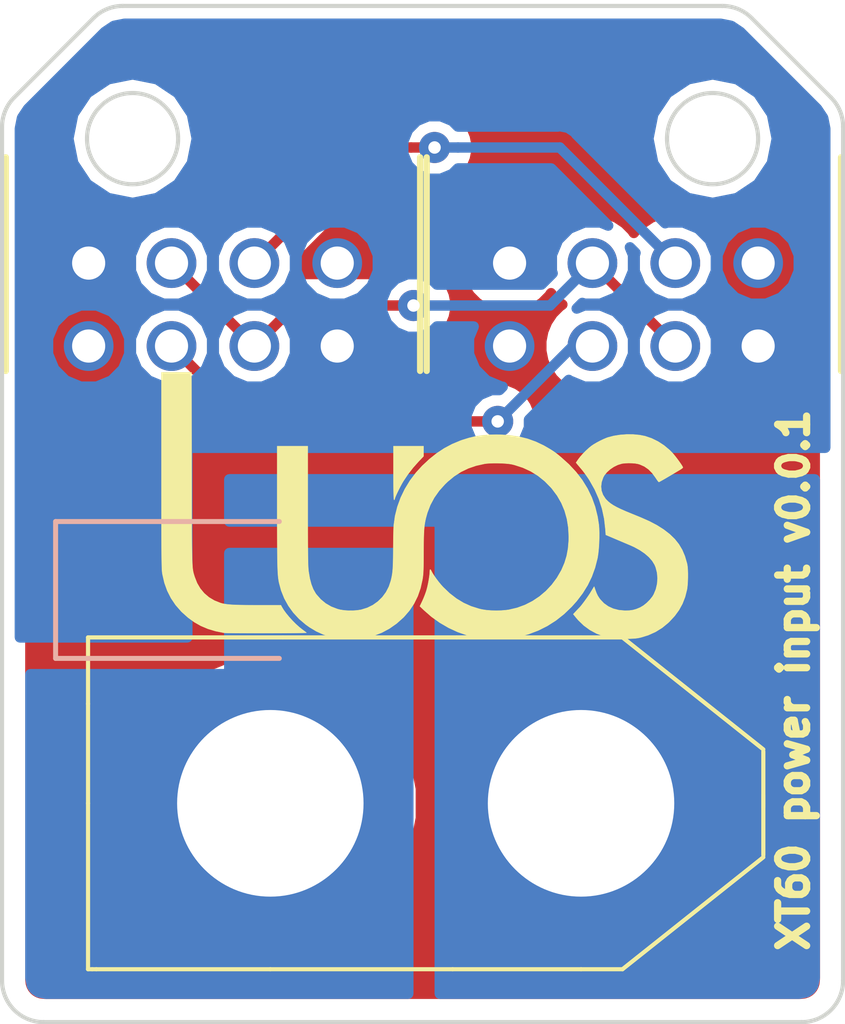
<source format=kicad_pcb>
(kicad_pcb (version 20171130) (host pcbnew "(5.0.1-3-g963ef8bb5)")

  (general
    (thickness 1.6)
    (drawings 15)
    (tracks 24)
    (zones 0)
    (modules 5)
    (nets 7)
  )

  (page A4)
  (layers
    (0 F.Cu signal)
    (31 B.Cu signal)
    (32 B.Adhes user hide)
    (33 F.Adhes user hide)
    (34 B.Paste user hide)
    (35 F.Paste user)
    (36 B.SilkS user)
    (37 F.SilkS user)
    (38 B.Mask user hide)
    (39 F.Mask user hide)
    (40 Dwgs.User user hide)
    (41 Cmts.User user hide)
    (42 Eco1.User user hide)
    (43 Eco2.User user hide)
    (44 Edge.Cuts user)
    (45 Margin user hide)
    (46 B.CrtYd user hide)
    (47 F.CrtYd user hide)
    (48 B.Fab user hide)
    (49 F.Fab user)
  )

  (setup
    (last_trace_width 0.25)
    (trace_clearance 0.2)
    (zone_clearance 0.254)
    (zone_45_only yes)
    (trace_min 0.2)
    (segment_width 0.2)
    (edge_width 0.15)
    (via_size 0.5)
    (via_drill 0.2)
    (via_min_size 0.4)
    (via_min_drill 0.2)
    (uvia_size 0.3)
    (uvia_drill 0.1)
    (uvias_allowed no)
    (uvia_min_size 0.2)
    (uvia_min_drill 0.1)
    (pcb_text_width 0.3)
    (pcb_text_size 1.5 1.5)
    (mod_edge_width 0.15)
    (mod_text_size 1 1)
    (mod_text_width 0.15)
    (pad_size 1.524 1.524)
    (pad_drill 0.762)
    (pad_to_mask_clearance 0.2)
    (solder_mask_min_width 0.25)
    (aux_axis_origin 0 0)
    (grid_origin 73.66 62.23)
    (visible_elements 7FFFFFFF)
    (pcbplotparams
      (layerselection 0x010fc_ffffffff)
      (usegerberextensions false)
      (usegerberattributes false)
      (usegerberadvancedattributes false)
      (creategerberjobfile false)
      (excludeedgelayer true)
      (linewidth 0.100000)
      (plotframeref false)
      (viasonmask false)
      (mode 1)
      (useauxorigin false)
      (hpglpennumber 1)
      (hpglpenspeed 20)
      (hpglpendiameter 15.000000)
      (psnegative false)
      (psa4output false)
      (plotreference true)
      (plotvalue true)
      (plotinvisibletext false)
      (padsonsilk false)
      (subtractmaskfromsilk false)
      (outputformat 1)
      (mirror false)
      (drillshape 0)
      (scaleselection 1)
      (outputdirectory "gerber/"))
  )

  (net 0 "")
  (net 1 /Robus_PW)
  (net 2 GND)
  (net 3 /DC_Power)
  (net 4 /PTP)
  (net 5 /B_RS_485_P)
  (net 6 /A_RS_485_N)

  (net_class Default "Ceci est la Netclass par défaut."
    (clearance 0.2)
    (trace_width 0.25)
    (via_dia 0.5)
    (via_drill 0.2)
    (uvia_dia 0.3)
    (uvia_drill 0.1)
    (add_net /A_RS_485_N)
    (add_net /B_RS_485_P)
    (add_net /DC_Power)
    (add_net /PTP)
    (add_net /Robus_PW)
    (add_net GND)
  )

  (net_class other ""
    (clearance 0.2)
    (trace_width 0.25)
    (via_dia 0.75)
    (via_drill 0.3)
    (uvia_dia 0.3)
    (uvia_drill 0.1)
  )

  (module Common_Footprint:XT60 (layer F.Cu) (tedit 5BE6C672) (tstamp 5BE6D52E)
    (at 87.61 56.96 180)
    (path /5BE6C14B)
    (fp_text reference Con1 (at 3.8 -0.4 270) (layer F.Fab)
      (effects (font (size 1 1) (thickness 0.15)))
    )
    (fp_text value BAT_WIRE (at 3.2 -5.9 180) (layer F.Fab) hide
      (effects (font (size 1 1) (thickness 0.15)))
    )
    (fp_line (start 11.9 4) (end 11.9 -4) (layer F.Fab) (width 0.1))
    (fp_line (start -1 4) (end 11.9 4) (layer F.Fab) (width 0.1))
    (fp_line (start -4.4 1.3) (end -1 4) (layer F.Fab) (width 0.1))
    (fp_line (start -4.4 -1.3) (end -4.4 1.3) (layer F.Fab) (width 0.1))
    (fp_line (start -1 -4) (end -4.4 -1.3) (layer F.Fab) (width 0.1))
    (fp_line (start 11.9 -4) (end -1 -4) (layer F.Fab) (width 0.1))
    (fp_line (start 7.2 4) (end 3 4) (layer F.SilkS) (width 0.1))
    (fp_line (start 7.5 -4) (end 3.1 -4) (layer F.SilkS) (width 0.1))
    (fp_line (start 11.9 0) (end 11.9 2.4) (layer F.SilkS) (width 0.1))
    (fp_line (start -4.4 -0.1) (end -4.4 0.2) (layer F.SilkS) (width 0.1))
    (fp_line (start 3.1 -4) (end 0 -4) (layer F.SilkS) (width 0.1))
    (fp_line (start 0 -4) (end -1 -4) (layer F.SilkS) (width 0.1))
    (fp_line (start 3 4) (end 0 4) (layer F.SilkS) (width 0.1))
    (fp_line (start 0 4) (end -1 4) (layer F.SilkS) (width 0.1))
    (fp_line (start -4.4 0) (end -4.4 -1.25) (layer F.SilkS) (width 0.1))
    (fp_line (start -4.4 0) (end -4.4 1.25) (layer F.SilkS) (width 0.1))
    (fp_line (start -1 -4) (end -4.4 -1.3) (layer F.SilkS) (width 0.1))
    (fp_line (start -1 4) (end -4.4 1.3) (layer F.SilkS) (width 0.1))
    (fp_line (start 11.9 -4) (end 11.9 0) (layer F.SilkS) (width 0.1))
    (fp_line (start 11.8 -4) (end 11.9 -4) (layer F.SilkS) (width 0.1))
    (fp_line (start 11.7 -4) (end 11.8 -4) (layer F.SilkS) (width 0.1))
    (fp_line (start 7.5 -4) (end 11.7 -4) (layer F.SilkS) (width 0.1))
    (fp_line (start 11.9 4) (end 11.9 2.4) (layer F.SilkS) (width 0.1))
    (fp_line (start 7.2 4) (end 11.9 4) (layer F.SilkS) (width 0.1))
    (pad 1 thru_hole circle (at 7.5 0 180) (size 6 6) (drill 4.5) (layers *.Cu *.Mask)
      (net 3 /DC_Power))
    (pad 2 thru_hole circle (at 0 0 180) (size 6 6) (drill 4.5) (layers *.Cu *.Mask)
      (net 2 GND))
    (model ${KISYS3DMOD}/XT60_Male.stp
      (offset (xyz 3.75 0 0))
      (scale (xyz 1 1 1))
      (rotate (xyz 0 0 0))
    )
  )

  (module "Common_Footprint:DF11-8DP-2DS(24)" locked (layer F.Cu) (tedit 5C6D4111) (tstamp 5AB2CA2F)
    (at 78.725 44.935)
    (path /5AB29375)
    (fp_text reference J2 (at 0.015 0.023) (layer F.Fab)
      (effects (font (size 1 1) (thickness 0.15)))
    )
    (fp_text value "DF11-8DP-2DS(24)" (at 0 3) (layer F.Fab) hide
      (effects (font (size 1 1) (thickness 0.15)))
    )
    (fp_line (start -4.826 1.524) (end 4.826 1.524) (layer F.Fab) (width 0.1))
    (fp_line (start -4.826 -6.35) (end -4.826 1.524) (layer F.Fab) (width 0.1))
    (fp_line (start 4.826 -6.35) (end -4.826 -6.35) (layer F.Fab) (width 0.1))
    (fp_line (start 4.826 1.524) (end 4.826 -6.35) (layer F.Fab) (width 0.1))
    (fp_line (start 5 -3.55) (end 5 1.6) (layer F.SilkS) (width 0.15))
    (fp_line (start -5 1.6) (end -5 -3.55) (layer F.SilkS) (width 0.15))
    (pad 8 thru_hole circle (at -3 -1) (size 1.2 1.2) (drill 0.8) (layers *.Cu *.Mask)
      (net 1 /Robus_PW))
    (pad 7 thru_hole circle (at -3 1) (size 1.2 1.2) (drill 0.8) (layers *.Cu *.Mask)
      (net 2 GND))
    (pad 6 thru_hole circle (at -1 -1) (size 1.2 1.2) (drill 0.8) (layers *.Cu *.Mask)
      (net 4 /PTP))
    (pad 5 thru_hole circle (at -1 1) (size 1.2 1.2) (drill 0.8) (layers *.Cu *.Mask)
      (net 6 /A_RS_485_N))
    (pad 4 thru_hole circle (at 1 -1) (size 1.2 1.2) (drill 0.8) (layers *.Cu *.Mask)
      (net 5 /B_RS_485_P))
    (pad 3 thru_hole circle (at 1 1) (size 1.2 1.2) (drill 0.8) (layers *.Cu *.Mask)
      (net 4 /PTP))
    (pad 2 thru_hole circle (at 3 -1) (size 1.2 1.2) (drill 0.8) (layers *.Cu *.Mask)
      (net 2 GND))
    (pad 1 thru_hole circle (at 3 1) (size 1.2 1.2) (drill 0.8) (layers *.Cu *.Mask)
      (net 1 /Robus_PW))
    (model ${KISYS3DMOD}/DF11-8DP-2DS.step
      (offset (xyz 0 3.7 0))
      (scale (xyz 1 1 1))
      (rotate (xyz 0 0 0))
    )
  )

  (module "Common_Footprint:DF11-8DP-2DS(24)" locked (layer F.Cu) (tedit 5C6D4111) (tstamp 5AB2CA20)
    (at 88.885 44.935)
    (path /5AB292F2)
    (fp_text reference J1 (at 0.015 0.023) (layer F.Fab)
      (effects (font (size 1 1) (thickness 0.15)))
    )
    (fp_text value "DF11-8DP-2DS(24)" (at 0 3) (layer F.Fab) hide
      (effects (font (size 1 1) (thickness 0.15)))
    )
    (fp_line (start -4.826 1.524) (end 4.826 1.524) (layer F.Fab) (width 0.1))
    (fp_line (start -4.826 -6.35) (end -4.826 1.524) (layer F.Fab) (width 0.1))
    (fp_line (start 4.826 -6.35) (end -4.826 -6.35) (layer F.Fab) (width 0.1))
    (fp_line (start 4.826 1.524) (end 4.826 -6.35) (layer F.Fab) (width 0.1))
    (fp_line (start 5 -3.55) (end 5 1.6) (layer F.SilkS) (width 0.15))
    (fp_line (start -5 1.6) (end -5 -3.55) (layer F.SilkS) (width 0.15))
    (pad 8 thru_hole circle (at -3 -1) (size 1.2 1.2) (drill 0.8) (layers *.Cu *.Mask)
      (net 1 /Robus_PW))
    (pad 7 thru_hole circle (at -3 1) (size 1.2 1.2) (drill 0.8) (layers *.Cu *.Mask)
      (net 2 GND))
    (pad 6 thru_hole circle (at -1 -1) (size 1.2 1.2) (drill 0.8) (layers *.Cu *.Mask)
      (net 4 /PTP))
    (pad 5 thru_hole circle (at -1 1) (size 1.2 1.2) (drill 0.8) (layers *.Cu *.Mask)
      (net 6 /A_RS_485_N))
    (pad 4 thru_hole circle (at 1 -1) (size 1.2 1.2) (drill 0.8) (layers *.Cu *.Mask)
      (net 5 /B_RS_485_P))
    (pad 3 thru_hole circle (at 1 1) (size 1.2 1.2) (drill 0.8) (layers *.Cu *.Mask)
      (net 4 /PTP))
    (pad 2 thru_hole circle (at 3 -1) (size 1.2 1.2) (drill 0.8) (layers *.Cu *.Mask)
      (net 2 GND))
    (pad 1 thru_hole circle (at 3 1) (size 1.2 1.2) (drill 0.8) (layers *.Cu *.Mask)
      (net 1 /Robus_PW))
    (model ${KISYS3DMOD}/DF11-8DP-2DS.step
      (offset (xyz 0 3.7 0))
      (scale (xyz 1 1 1))
      (rotate (xyz 0 0 0))
    )
  )

  (module Common_Footprint:D_SMA (layer B.Cu) (tedit 5AB36566) (tstamp 5AB380F5)
    (at 77.597 51.816)
    (path /5AB3713C)
    (fp_text reference D1 (at 1.27 2.54) (layer B.SilkS) hide
      (effects (font (size 1 1) (thickness 0.15)) (justify mirror))
    )
    (fp_text value HTA5L45 (at 1.27 2.54) (layer B.Fab)
      (effects (font (size 1 1) (thickness 0.15)) (justify mirror))
    )
    (fp_line (start 3.03 1.5) (end -1.57 1.5) (layer B.Fab) (width 0.1))
    (fp_line (start -2.67 1.65) (end -2.67 -1.65) (layer B.SilkS) (width 0.12))
    (fp_line (start -2.77 1.75) (end 4.23 1.75) (layer B.CrtYd) (width 0.05))
    (fp_line (start 4.23 1.75) (end 4.23 -1.75) (layer B.CrtYd) (width 0.05))
    (fp_line (start -1.57 -1.5) (end -1.57 1.5) (layer B.Fab) (width 0.1))
    (fp_line (start 3.03 1.5) (end 3.03 -1.5) (layer B.Fab) (width 0.1))
    (fp_line (start 4.23 -1.75) (end -2.77 -1.75) (layer B.CrtYd) (width 0.05))
    (fp_line (start -2.77 -1.75) (end -2.77 1.75) (layer B.CrtYd) (width 0.05))
    (fp_line (start 3.03 -1.5) (end -1.57 -1.5) (layer B.Fab) (width 0.1))
    (fp_line (start 0.08056 -0.00102) (end -0.82114 -0.00102) (layer B.Fab) (width 0.1))
    (fp_line (start 1.23118 -0.00102) (end 2.2294 -0.00102) (layer B.Fab) (width 0.1))
    (fp_line (start 0.08056 0.79908) (end 0.08056 -0.80112) (layer B.Fab) (width 0.1))
    (fp_line (start 1.23118 -0.75032) (end 1.23118 0.79908) (layer B.Fab) (width 0.1))
    (fp_line (start 0.08056 -0.00102) (end 1.23118 -0.75032) (layer B.Fab) (width 0.1))
    (fp_line (start 0.08056 -0.00102) (end 1.23118 0.79908) (layer B.Fab) (width 0.1))
    (fp_line (start -2.67 -1.65) (end 2.73 -1.65) (layer B.SilkS) (width 0.12))
    (fp_line (start -2.67 1.65) (end 2.73 1.65) (layer B.SilkS) (width 0.12))
    (pad 1 smd rect (at -1.27 0) (size 2.5 1.8) (layers B.Cu B.Paste B.Mask)
      (net 1 /Robus_PW))
    (pad 2 smd rect (at 2.73 0) (size 2.5 1.8) (layers B.Cu B.Paste B.Mask)
      (net 3 /DC_Power))
    (model ${KISYS3DMOD}/D_SMA.step
      (offset (xyz 0.7 0 0))
      (scale (xyz 1 1 1))
      (rotate (xyz 0 0 0))
    )
  )

  (module Common_Footprint:Luos_logo (layer F.Cu) (tedit 5B9B947A) (tstamp 5BE6CF8D)
    (at 84.201 49.784)
    (fp_text reference "" (at 0 0) (layer F.SilkS) hide
      (effects (font (size 1.524 1.524) (thickness 0.3)))
    )
    (fp_text value "" (at 0.75 0) (layer F.SilkS) hide
      (effects (font (size 1.524 1.524) (thickness 0.3)))
    )
    (fp_poly (pts (xy -0.3937 -1.190556) (xy -0.515682 -1.063469) (xy -0.646801 -0.916102) (xy -0.770563 -0.756235)
      (xy -0.87912 -0.59407) (xy -0.888375 -0.578885) (xy -0.921354 -0.521666) (xy -0.957124 -0.455255)
      (xy -0.993092 -0.384963) (xy -1.02666 -0.316101) (xy -1.055232 -0.253981) (xy -1.076213 -0.203913)
      (xy -1.086417 -0.173716) (xy -1.093033 -0.150862) (xy -1.098683 -0.139971) (xy -1.103436 -0.142406)
      (xy -1.107363 -0.159532) (xy -1.110533 -0.192712) (xy -1.113017 -0.24331) (xy -1.114885 -0.31269)
      (xy -1.116207 -0.402215) (xy -1.117053 -0.51325) (xy -1.117493 -0.647157) (xy -1.1176 -0.780301)
      (xy -1.1176 -1.4351) (xy -0.3937 -1.4351) (xy -0.3937 -1.190556)) (layer F.SilkS) (width 0.01))
    (fp_poly (pts (xy -5.991204 -0.904876) (xy -5.990731 -0.615337) (xy -5.9903 -0.350043) (xy -5.989877 -0.107834)
      (xy -5.989431 0.112445) (xy -5.988928 0.311951) (xy -5.988338 0.491841) (xy -5.987626 0.653272)
      (xy -5.986761 0.7974) (xy -5.985711 0.925383) (xy -5.984442 1.038377) (xy -5.982922 1.137538)
      (xy -5.98112 1.224025) (xy -5.979002 1.298992) (xy -5.976535 1.363598) (xy -5.973689 1.418998)
      (xy -5.97043 1.466351) (xy -5.966725 1.506811) (xy -5.962543 1.541537) (xy -5.95785 1.571685)
      (xy -5.952615 1.598412) (xy -5.946805 1.622874) (xy -5.940387 1.646229) (xy -5.93333 1.669632)
      (xy -5.9256 1.694242) (xy -5.917597 1.719815) (xy -5.859637 1.867488) (xy -5.782368 1.999008)
      (xy -5.686658 2.113504) (xy -5.573373 2.210104) (xy -5.44338 2.287936) (xy -5.297547 2.34613)
      (xy -5.293005 2.347542) (xy -5.249811 2.359463) (xy -5.202224 2.369539) (xy -5.147894 2.377909)
      (xy -5.084469 2.384711) (xy -5.0096 2.390081) (xy -4.920934 2.394159) (xy -4.816123 2.397082)
      (xy -4.692815 2.398988) (xy -4.548659 2.400014) (xy -4.393181 2.4003) (xy -3.836053 2.4003)
      (xy -3.81589 2.43929) (xy -3.772216 2.511725) (xy -3.712167 2.594145) (xy -3.640042 2.68178)
      (xy -3.560141 2.769859) (xy -3.476761 2.853612) (xy -3.394203 2.928267) (xy -3.3274 2.981364)
      (xy -3.284256 3.013269) (xy -3.248433 3.040174) (xy -3.225235 3.058079) (xy -3.220085 3.062352)
      (xy -3.23077 3.063788) (xy -3.264532 3.065114) (xy -3.319047 3.066327) (xy -3.391992 3.067424)
      (xy -3.481045 3.068401) (xy -3.583882 3.069257) (xy -3.69818 3.069988) (xy -3.821615 3.070591)
      (xy -3.951866 3.071063) (xy -4.086608 3.071402) (xy -4.223518 3.071604) (xy -4.360274 3.071666)
      (xy -4.494551 3.071586) (xy -4.624028 3.071361) (xy -4.746381 3.070988) (xy -4.859287 3.070463)
      (xy -4.960422 3.069784) (xy -5.047464 3.068949) (xy -5.118089 3.067953) (xy -5.169974 3.066794)
      (xy -5.200797 3.06547) (xy -5.207 3.064848) (xy -5.41071 3.023882) (xy -5.59588 2.96851)
      (xy -5.765992 2.89699) (xy -5.924524 2.80758) (xy -6.074956 2.698539) (xy -6.220767 2.568125)
      (xy -6.24269 2.546376) (xy -6.375093 2.395596) (xy -6.486748 2.230445) (xy -6.577229 2.051785)
      (xy -6.646111 1.860483) (xy -6.692969 1.657401) (xy -6.699093 1.61925) (xy -6.701461 1.600838)
      (xy -6.703629 1.577792) (xy -6.705606 1.549016) (xy -6.707402 1.513413) (xy -6.709023 1.469887)
      (xy -6.710479 1.41734) (xy -6.711777 1.354677) (xy -6.712928 1.280801) (xy -6.713938 1.194615)
      (xy -6.714817 1.095023) (xy -6.715572 0.980928) (xy -6.716213 0.851234) (xy -6.716747 0.704844)
      (xy -6.717184 0.540662) (xy -6.717532 0.35759) (xy -6.717799 0.154533) (xy -6.717993 -0.069606)
      (xy -6.718123 -0.315924) (xy -6.718198 -0.585517) (xy -6.718226 -0.860425) (xy -6.7183 -3.2131)
      (xy -6.356679 -3.213101) (xy -5.995058 -3.213101) (xy -5.991204 -0.904876)) (layer F.SilkS) (width 0.01))
    (fp_poly (pts (xy 4.671245 -1.716286) (xy 4.823697 -1.701936) (xy 4.955046 -1.675878) (xy 5.112537 -1.622409)
      (xy 5.266868 -1.546597) (xy 5.413163 -1.451438) (xy 5.546547 -1.339932) (xy 5.615056 -1.270067)
      (xy 5.653045 -1.226104) (xy 5.695097 -1.17391) (xy 5.738239 -1.117611) (xy 5.7795 -1.061334)
      (xy 5.815906 -1.009204) (xy 5.844485 -0.965348) (xy 5.862265 -0.93389) (xy 5.866726 -0.92075)
      (xy 5.856588 -0.908041) (xy 5.830301 -0.88788) (xy 5.800364 -0.868778) (xy 5.768377 -0.849826)
      (xy 5.719293 -0.820733) (xy 5.657863 -0.784315) (xy 5.588838 -0.74339) (xy 5.516969 -0.700773)
      (xy 5.516514 -0.700503) (xy 5.449397 -0.661045) (xy 5.389467 -0.626462) (xy 5.34023 -0.598725)
      (xy 5.305191 -0.579804) (xy 5.287857 -0.571669) (xy 5.286956 -0.5715) (xy 5.275309 -0.581556)
      (xy 5.254145 -0.608503) (xy 5.227112 -0.647511) (xy 5.212601 -0.669925) (xy 5.128756 -0.785387)
      (xy 5.037832 -0.877313) (xy 4.938221 -0.94697) (xy 4.828315 -0.995625) (xy 4.782056 -1.009248)
      (xy 4.720744 -1.020019) (xy 4.643528 -1.026383) (xy 4.559545 -1.028212) (xy 4.477928 -1.025377)
      (xy 4.407812 -1.017748) (xy 4.39165 -1.014769) (xy 4.294386 -0.984959) (xy 4.198458 -0.937921)
      (xy 4.109059 -0.877498) (xy 4.031379 -0.807536) (xy 3.970613 -0.731879) (xy 3.943231 -0.682759)
      (xy 3.904798 -0.572381) (xy 3.891098 -0.464412) (xy 3.901941 -0.360296) (xy 3.937136 -0.261481)
      (xy 3.996492 -0.169411) (xy 4.013614 -0.149261) (xy 4.0612 -0.101257) (xy 4.117082 -0.055759)
      (xy 4.184113 -0.011126) (xy 4.265145 0.034282) (xy 4.36303 0.082106) (xy 4.480622 0.133987)
      (xy 4.572 0.171893) (xy 4.641943 0.200358) (xy 4.723397 0.233525) (xy 4.804352 0.266504)
      (xy 4.8514 0.285678) (xy 5.058641 0.37737) (xy 5.242493 0.47413) (xy 5.40463 0.576927)
      (xy 5.546731 0.686731) (xy 5.5499 0.689451) (xy 5.669809 0.805263) (xy 5.769304 0.929722)
      (xy 5.850242 1.06604) (xy 5.914485 1.217429) (xy 5.96389 1.387102) (xy 5.970518 1.41605)
      (xy 5.978953 1.472427) (xy 5.984471 1.547731) (xy 5.987133 1.635662) (xy 5.986999 1.729922)
      (xy 5.984132 1.824212) (xy 5.978593 1.912233) (xy 5.970442 1.987686) (xy 5.964624 2.022791)
      (xy 5.919574 2.200074) (xy 5.856386 2.362985) (xy 5.773341 2.514572) (xy 5.668717 2.657879)
      (xy 5.540795 2.795955) (xy 5.513308 2.822232) (xy 5.366675 2.942665) (xy 5.205829 3.04208)
      (xy 5.030995 3.120354) (xy 4.87045 3.170456) (xy 4.821158 3.182294) (xy 4.775533 3.191103)
      (xy 4.728014 3.197433) (xy 4.673038 3.201834) (xy 4.605042 3.204855) (xy 4.518463 3.207047)
      (xy 4.4958 3.207483) (xy 4.374712 3.208484) (xy 4.276921 3.206505) (xy 4.200488 3.201477)
      (xy 4.1529 3.19512) (xy 3.961898 3.149359) (xy 3.784933 3.082602) (xy 3.622294 2.995015)
      (xy 3.474274 2.886765) (xy 3.341162 2.758018) (xy 3.295373 2.704761) (xy 3.222545 2.615744)
      (xy 3.290532 2.542947) (xy 3.323603 2.507737) (xy 3.349936 2.480074) (xy 3.364774 2.464945)
      (xy 3.366017 2.4638) (xy 3.387812 2.440998) (xy 3.420322 2.401568) (xy 3.460207 2.350036)
      (xy 3.504129 2.290933) (xy 3.548749 2.228786) (xy 3.590728 2.168123) (xy 3.626726 2.113474)
      (xy 3.639894 2.092362) (xy 3.725227 1.952354) (xy 3.75273 2.033452) (xy 3.781857 2.111479)
      (xy 3.812366 2.174302) (xy 3.849427 2.231833) (xy 3.871308 2.260793) (xy 3.960967 2.354901)
      (xy 4.06643 2.429646) (xy 4.186401 2.484449) (xy 4.319587 2.518728) (xy 4.46469 2.531905)
      (xy 4.47675 2.53203) (xy 4.577046 2.528831) (xy 4.662982 2.516761) (xy 4.744699 2.493642)
      (xy 4.83234 2.457297) (xy 4.8387 2.454323) (xy 4.916205 2.408484) (xy 4.995414 2.345336)
      (xy 5.069483 2.27149) (xy 5.131564 2.193554) (xy 5.164305 2.13995) (xy 5.215916 2.01593)
      (xy 5.246664 1.884104) (xy 5.25641 1.749164) (xy 5.245016 1.615804) (xy 5.212344 1.488718)
      (xy 5.185386 1.423471) (xy 5.128301 1.329959) (xy 5.048062 1.238544) (xy 4.946916 1.15103)
      (xy 4.827108 1.069219) (xy 4.690883 0.994913) (xy 4.600564 0.953991) (xy 4.548193 0.931922)
      (xy 4.478864 0.902663) (xy 4.399004 0.868928) (xy 4.315044 0.833434) (xy 4.2418 0.802446)
      (xy 4.00685 0.703005) (xy 3.997749 0.567599) (xy 3.968789 0.31509) (xy 3.916301 0.071787)
      (xy 3.839976 -0.163226) (xy 3.739505 -0.390869) (xy 3.614579 -0.612057) (xy 3.583482 -0.6604)
      (xy 3.541028 -0.722616) (xy 3.494462 -0.78711) (xy 3.4501 -0.845309) (xy 3.421112 -0.880793)
      (xy 3.383678 -0.924588) (xy 3.349153 -0.965248) (xy 3.323388 -0.995874) (xy 3.317731 -1.002693)
      (xy 3.289013 -1.037551) (xy 3.33985 -1.112501) (xy 3.38862 -1.176502) (xy 3.452109 -1.24829)
      (xy 3.524011 -1.321402) (xy 3.598018 -1.389377) (xy 3.6576 -1.438084) (xy 3.71524 -1.47724)
      (xy 3.789037 -1.520521) (xy 3.871104 -1.563852) (xy 3.953558 -1.603159) (xy 4.028514 -1.634369)
      (xy 4.056994 -1.644455) (xy 4.197005 -1.6813) (xy 4.350791 -1.70572) (xy 4.51124 -1.717465)
      (xy 4.671245 -1.716286)) (layer F.SilkS) (width 0.01))
    (fp_poly (pts (xy 1.459355 -1.710961) (xy 1.693227 -1.695943) (xy 1.91159 -1.663242) (xy 2.118146 -1.611787)
      (xy 2.3166 -1.540508) (xy 2.510655 -1.448334) (xy 2.654424 -1.365535) (xy 2.706714 -1.332845)
      (xy 2.749014 -1.305101) (xy 2.787654 -1.27769) (xy 2.828963 -1.245999) (xy 2.879273 -1.205418)
      (xy 2.918909 -1.172821) (xy 3.115553 -0.996369) (xy 3.288496 -0.811037) (xy 3.438005 -0.616352)
      (xy 3.564346 -0.411844) (xy 3.667788 -0.19704) (xy 3.748595 0.028532) (xy 3.807036 0.265343)
      (xy 3.836164 0.449105) (xy 3.844282 0.544875) (xy 3.84792 0.658059) (xy 3.847346 0.781856)
      (xy 3.842829 0.909462) (xy 3.834637 1.034076) (xy 3.823038 1.148893) (xy 3.8083 1.247113)
      (xy 3.803797 1.27) (xy 3.745137 1.497981) (xy 3.667018 1.712584) (xy 3.568212 1.916106)
      (xy 3.447492 2.110844) (xy 3.303632 2.299095) (xy 3.18103 2.43613) (xy 2.996877 2.612792)
      (xy 2.801743 2.766727) (xy 2.594892 2.898339) (xy 2.375587 3.008033) (xy 2.143091 3.096212)
      (xy 1.896667 3.163281) (xy 1.8288 3.177594) (xy 1.77976 3.186821) (xy 1.734336 3.193886)
      (xy 1.687988 3.19907) (xy 1.636179 3.202654) (xy 1.574371 3.204918) (xy 1.498024 3.206143)
      (xy 1.402602 3.206608) (xy 1.3589 3.206645) (xy 1.232376 3.205922) (xy 1.126097 3.20332)
      (xy 1.034937 3.198233) (xy 0.953775 3.190059) (xy 0.877485 3.178194) (xy 0.800943 3.162034)
      (xy 0.719027 3.140976) (xy 0.6604 3.124354) (xy 0.432995 3.045385) (xy 0.211401 2.943189)
      (xy -0.000798 2.81984) (xy -0.200021 2.677414) (xy -0.376718 2.523727) (xy -0.480385 2.424326)
      (xy -0.418808 2.294838) (xy -0.38779 2.224612) (xy -0.356347 2.145106) (xy -0.329412 2.069105)
      (xy -0.319462 2.037379) (xy -0.299725 1.962645) (xy -0.281014 1.877636) (xy -0.264578 1.789552)
      (xy -0.251667 1.705595) (xy -0.243531 1.632966) (xy -0.2413 1.587115) (xy -0.238463 1.550531)
      (xy -0.230242 1.538528) (xy -0.217072 1.55128) (xy -0.206065 1.572926) (xy -0.178105 1.625781)
      (xy -0.136427 1.691378) (xy -0.085027 1.764252) (xy -0.027901 1.838943) (xy 0.030955 1.909986)
      (xy 0.080187 1.964292) (xy 0.23843 2.115007) (xy 0.402531 2.241637) (xy 0.574179 2.345153)
      (xy 0.755066 2.426525) (xy 0.946883 2.486725) (xy 1.019382 2.503494) (xy 1.119425 2.519198)
      (xy 1.235972 2.528706) (xy 1.360873 2.531936) (xy 1.485978 2.528805) (xy 1.603137 2.51923)
      (xy 1.667724 2.510103) (xy 1.865892 2.463702) (xy 2.056143 2.39401) (xy 2.236687 2.302387)
      (xy 2.405736 2.190193) (xy 2.561498 2.058786) (xy 2.702183 1.909527) (xy 2.826002 1.743775)
      (xy 2.931164 1.56289) (xy 2.941063 1.54305) (xy 3.011761 1.378189) (xy 3.063128 1.209059)
      (xy 3.096142 1.031168) (xy 3.111776 0.840021) (xy 3.113402 0.7493) (xy 3.102328 0.528183)
      (xy 3.06888 0.318929) (xy 3.012884 0.121056) (xy 2.934165 -0.065916) (xy 2.832551 -0.242466)
      (xy 2.707865 -0.409076) (xy 2.682868 -0.43815) (xy 2.533048 -0.590665) (xy 2.37041 -0.721263)
      (xy 2.194765 -0.830058) (xy 2.005925 -0.917162) (xy 1.8037 -0.982686) (xy 1.7399 -0.998265)
      (xy 1.676007 -1.008925) (xy 1.59327 -1.017113) (xy 1.498134 -1.022704) (xy 1.397045 -1.025577)
      (xy 1.296449 -1.025609) (xy 1.202793 -1.022676) (xy 1.122522 -1.016656) (xy 1.0795 -1.010845)
      (xy 0.874847 -0.965058) (xy 0.686026 -0.900411) (xy 0.510507 -0.815596) (xy 0.345762 -0.709308)
      (xy 0.189266 -0.58024) (xy 0.122819 -0.516349) (xy -0.017876 -0.359072) (xy -0.135068 -0.192933)
      (xy -0.229516 -0.016593) (xy -0.301977 0.17129) (xy -0.336714 0.296328) (xy -0.349574 0.35302)
      (xy -0.360283 0.408156) (xy -0.369044 0.464765) (xy -0.376055 0.525877) (xy -0.381517 0.594522)
      (xy -0.385632 0.673729) (xy -0.3886 0.766529) (xy -0.390621 0.875951) (xy -0.391897 1.005025)
      (xy -0.392571 1.139879) (xy -0.393157 1.268919) (xy -0.394027 1.37583) (xy -0.395324 1.463879)
      (xy -0.397188 1.536338) (xy -0.399761 1.596474) (xy -0.403185 1.647559) (xy -0.4076 1.692861)
      (xy -0.413148 1.735651) (xy -0.419971 1.779196) (xy -0.420311 1.781229) (xy -0.466673 1.988444)
      (xy -0.534016 2.181417) (xy -0.62248 2.360426) (xy -0.732206 2.52575) (xy -0.863335 2.677666)
      (xy -0.883334 2.697806) (xy -1.045524 2.84174) (xy -1.217976 2.962446) (xy -1.400777 3.059969)
      (xy -1.594014 3.134354) (xy -1.797775 3.185645) (xy -1.847472 3.194397) (xy -1.910536 3.201766)
      (xy -1.991856 3.207092) (xy -2.084461 3.210318) (xy -2.18138 3.211385) (xy -2.275643 3.210238)
      (xy -2.36028 3.206818) (xy -2.42832 3.201069) (xy -2.441749 3.199286) (xy -2.63265 3.161496)
      (xy -2.810621 3.105104) (xy -2.980084 3.028243) (xy -3.145458 2.929046) (xy -3.237736 2.863189)
      (xy -3.395924 2.728585) (xy -3.535094 2.577978) (xy -3.654219 2.412973) (xy -3.752276 2.235176)
      (xy -3.82824 2.046191) (xy -3.878649 1.859472) (xy -3.885384 1.825455) (xy -3.891429 1.790185)
      (xy -3.89682 1.752183) (xy -3.901595 1.709972) (xy -3.90579 1.662074) (xy -3.909441 1.607009)
      (xy -3.912586 1.543302) (xy -3.915262 1.469472) (xy -3.917504 1.384043) (xy -3.919349 1.285536)
      (xy -3.920835 1.172473) (xy -3.921998 1.043376) (xy -3.922874 0.896767) (xy -3.923501 0.731168)
      (xy -3.923914 0.5451) (xy -3.924152 0.337087) (xy -3.924249 0.105649) (xy -3.924257 0.022225)
      (xy -3.9243 -1.4351) (xy -3.1877 -1.4351) (xy -3.1877 -0.001166) (xy -3.187663 0.22546)
      (xy -3.187539 0.428192) (xy -3.187308 0.608534) (xy -3.186952 0.767993) (xy -3.18645 0.908073)
      (xy -3.185785 1.03028) (xy -3.184936 1.136119) (xy -3.183885 1.227096) (xy -3.182612 1.304716)
      (xy -3.181098 1.370484) (xy -3.179324 1.425905) (xy -3.177271 1.472486) (xy -3.174919 1.511731)
      (xy -3.17225 1.545146) (xy -3.169243 1.574236) (xy -3.167402 1.589221) (xy -3.13994 1.753134)
      (xy -3.102783 1.89476) (xy -3.055465 2.015477) (xy -2.99752 2.116663) (xy -2.98065 2.13995)
      (xy -2.87434 2.259887) (xy -2.753964 2.358678) (xy -2.619678 2.436225) (xy -2.471635 2.492426)
      (xy -2.40665 2.509355) (xy -2.314473 2.524241) (xy -2.207643 2.531605) (xy -2.095769 2.531447)
      (xy -1.988456 2.523767) (xy -1.89865 2.50932) (xy -1.751192 2.463929) (xy -1.615432 2.396989)
      (xy -1.493303 2.310374) (xy -1.386734 2.205955) (xy -1.297654 2.085604) (xy -1.227996 1.951195)
      (xy -1.182092 1.814264) (xy -1.168102 1.756605) (xy -1.156582 1.701925) (xy -1.147276 1.646893)
      (xy -1.139925 1.588178) (xy -1.134273 1.522448) (xy -1.130063 1.446371) (xy -1.127038 1.356618)
      (xy -1.124941 1.249856) (xy -1.123515 1.122753) (xy -1.122955 1.04775) (xy -1.122004 0.936002)
      (xy -1.120685 0.828074) (xy -1.119071 0.727627) (xy -1.117237 0.638322) (xy -1.115257 0.563817)
      (xy -1.113205 0.507774) (xy -1.111367 0.47625) (xy -1.079852 0.249897) (xy -1.023919 0.026659)
      (xy -0.944525 -0.19146) (xy -0.842628 -0.402458) (xy -0.719186 -0.604329) (xy -0.575155 -0.795071)
      (xy -0.425837 -0.958449) (xy -0.249782 -1.12267) (xy -0.072568 -1.26358) (xy 0.10894 -1.383191)
      (xy 0.29788 -1.483515) (xy 0.497388 -1.566562) (xy 0.55245 -1.585937) (xy 0.710683 -1.634545)
      (xy 0.864455 -1.670642) (xy 1.020059 -1.695096) (xy 1.183794 -1.708774) (xy 1.361953 -1.712545)
      (xy 1.459355 -1.710961)) (layer F.SilkS) (width 0.01))
  )

  (gr_text "XT60 power input v0.0.1" (at 92.74 53.99 90) (layer F.SilkS)
    (effects (font (size 0.7 0.7) (thickness 0.175)))
  )
  (gr_arc (start 74.635 40.649214) (end 73.927893 39.942107) (angle -45) (layer Edge.Cuts) (width 0.1) (tstamp 5AB4E502))
  (gr_arc (start 92.935 40.649214) (end 93.935 40.649214) (angle -45) (layer Edge.Cuts) (width 0.1) (tstamp 5AB4E4FF))
  (gr_circle (center 90.785 40.935) (end 91.885 40.935) (layer Edge.Cuts) (width 0.1) (tstamp 5AB4E4FE))
  (gr_arc (start 74.635 61.235) (end 73.635 61.235) (angle -90) (layer Edge.Cuts) (width 0.1) (tstamp 5AB4E4FD))
  (gr_circle (center 76.785 40.935) (end 77.885 40.935) (layer Edge.Cuts) (width 0.1) (tstamp 5AB4E4FC))
  (gr_line (start 75.842106 38.027894) (end 73.927893 39.942107) (layer Edge.Cuts) (width 0.1) (tstamp 5AB4E4FB))
  (gr_line (start 93.935 40.649214) (end 93.935 61.235) (layer Edge.Cuts) (width 0.1) (tstamp 5AB4E4FA))
  (gr_arc (start 76.549213 38.735) (end 76.549213 37.735) (angle -45) (layer Edge.Cuts) (width 0.1) (tstamp 5AB4E4F9))
  (gr_line (start 93.642106 39.942107) (end 91.727893 38.027894) (layer Edge.Cuts) (width 0.1) (tstamp 5AB4E4F8))
  (gr_line (start 73.635 40.649214) (end 73.635 61.235) (layer Edge.Cuts) (width 0.1) (tstamp 5AB4E4F7))
  (gr_line (start 76.549213 37.735) (end 91.020786 37.735) (layer Edge.Cuts) (width 0.1) (tstamp 5AB4E4F6))
  (gr_line (start 74.635 62.235) (end 92.935 62.235) (layer Edge.Cuts) (width 0.1) (tstamp 5AB4E4F5))
  (gr_arc (start 92.935 61.235) (end 92.935 62.235) (angle -90) (layer Edge.Cuts) (width 0.1) (tstamp 5AB4E4F3))
  (gr_arc (start 91.020786 38.735) (end 91.727893 38.027894) (angle -45) (layer Edge.Cuts) (width 0.1) (tstamp 5AB4E4F2))

  (segment (start 83.566 44.958) (end 86.862 44.958) (width 0.25) (layer B.Cu) (net 4))
  (segment (start 86.862 44.958) (end 87.885 43.935) (width 0.25) (layer B.Cu) (net 4))
  (segment (start 80.702 44.958) (end 81.332998 44.958) (width 0.25) (layer F.Cu) (net 4))
  (segment (start 79.725 45.935) (end 80.702 44.958) (width 0.25) (layer F.Cu) (net 4))
  (segment (start 81.332998 44.958) (end 83.566 44.958) (width 0.25) (layer F.Cu) (net 4))
  (via (at 83.566 44.958) (size 0.75) (drill 0.3) (layers F.Cu B.Cu) (net 4))
  (segment (start 87.885 43.935) (end 88.484999 44.534999) (width 0.25) (layer F.Cu) (net 4))
  (segment (start 88.484999 44.534999) (end 89.885 45.935) (width 0.25) (layer F.Cu) (net 4))
  (segment (start 77.725 43.935) (end 78.324999 44.534999) (width 0.25) (layer F.Cu) (net 4))
  (segment (start 78.324999 44.534999) (end 79.725 45.935) (width 0.25) (layer F.Cu) (net 4))
  (segment (start 89.885 43.935) (end 87.098 41.148) (width 0.25) (layer B.Cu) (net 5))
  (segment (start 84.639685 41.148) (end 84.074 41.148) (width 0.25) (layer B.Cu) (net 5))
  (segment (start 87.098 41.148) (end 84.639685 41.148) (width 0.25) (layer B.Cu) (net 5))
  (segment (start 82.512 41.148) (end 83.508315 41.148) (width 0.25) (layer F.Cu) (net 5))
  (segment (start 83.508315 41.148) (end 84.074 41.148) (width 0.25) (layer F.Cu) (net 5))
  (segment (start 79.725 43.935) (end 82.512 41.148) (width 0.25) (layer F.Cu) (net 5))
  (via (at 84.074 41.148) (size 0.75) (drill 0.3) (layers F.Cu B.Cu) (net 5))
  (segment (start 88.1 45.72) (end 87.63 45.72) (width 0.25) (layer B.Cu) (net 6))
  (segment (start 87.63 45.72) (end 85.847999 47.502001) (width 0.25) (layer B.Cu) (net 6))
  (segment (start 85.847999 47.502001) (end 85.598 47.752) (width 0.25) (layer B.Cu) (net 6))
  (segment (start 79.542 47.752) (end 85.244447 47.752) (width 0.25) (layer F.Cu) (net 6))
  (segment (start 85.244447 47.752) (end 85.598 47.752) (width 0.25) (layer F.Cu) (net 6))
  (segment (start 77.725 45.935) (end 79.542 47.752) (width 0.25) (layer F.Cu) (net 6))
  (via (at 85.598 47.752) (size 0.75) (drill 0.3) (layers F.Cu B.Cu) (net 6))

  (zone (net 1) (net_name /Robus_PW) (layer B.Cu) (tstamp 0) (hatch edge 0.508)
    (connect_pads yes (clearance 0.254))
    (min_thickness 0.254)
    (fill yes (arc_segments 16) (thermal_gap 0.508) (thermal_bridge_width 0.508))
    (polygon
      (pts
        (xy 78.232 53.086) (xy 73.66 53.086) (xy 73.66 41.402) (xy 73.66 40.132) (xy 76.2 37.592)
        (xy 91.44 37.592) (xy 93.98 40.132) (xy 93.98 48.514) (xy 78.232 48.514)
      )
    )
    (filled_polygon
      (pts
        (xy 91.235301 38.217114) (xy 91.45315 38.362676) (xy 93.30733 40.216857) (xy 93.452886 40.434697) (xy 93.504 40.691665)
        (xy 93.504 48.387) (xy 86.032146 48.387) (xy 86.238906 48.18024) (xy 86.354 47.902378) (xy 86.354 47.711591)
        (xy 87.314124 46.751468) (xy 87.329308 46.766652) (xy 87.689867 46.916) (xy 88.080133 46.916) (xy 88.440692 46.766652)
        (xy 88.716652 46.490692) (xy 88.866 46.130133) (xy 88.866 45.739867) (xy 88.904 45.739867) (xy 88.904 46.130133)
        (xy 89.053348 46.490692) (xy 89.329308 46.766652) (xy 89.689867 46.916) (xy 90.080133 46.916) (xy 90.440692 46.766652)
        (xy 90.716652 46.490692) (xy 90.866 46.130133) (xy 90.866 45.739867) (xy 90.716652 45.379308) (xy 90.440692 45.103348)
        (xy 90.080133 44.954) (xy 89.689867 44.954) (xy 89.329308 45.103348) (xy 89.053348 45.379308) (xy 88.904 45.739867)
        (xy 88.866 45.739867) (xy 88.716652 45.379308) (xy 88.440692 45.103348) (xy 88.080133 44.954) (xy 87.689867 44.954)
        (xy 87.505029 45.030562) (xy 87.640175 44.895417) (xy 87.689867 44.916) (xy 88.080133 44.916) (xy 88.440692 44.766652)
        (xy 88.716652 44.490692) (xy 88.866 44.130133) (xy 88.866 43.739867) (xy 88.789438 43.55503) (xy 88.924583 43.690175)
        (xy 88.904 43.739867) (xy 88.904 44.130133) (xy 89.053348 44.490692) (xy 89.329308 44.766652) (xy 89.689867 44.916)
        (xy 90.080133 44.916) (xy 90.440692 44.766652) (xy 90.716652 44.490692) (xy 90.866 44.130133) (xy 90.866 43.739867)
        (xy 90.904 43.739867) (xy 90.904 44.130133) (xy 91.053348 44.490692) (xy 91.329308 44.766652) (xy 91.689867 44.916)
        (xy 92.080133 44.916) (xy 92.440692 44.766652) (xy 92.716652 44.490692) (xy 92.866 44.130133) (xy 92.866 43.739867)
        (xy 92.716652 43.379308) (xy 92.440692 43.103348) (xy 92.080133 42.954) (xy 91.689867 42.954) (xy 91.329308 43.103348)
        (xy 91.053348 43.379308) (xy 90.904 43.739867) (xy 90.866 43.739867) (xy 90.716652 43.379308) (xy 90.440692 43.103348)
        (xy 90.080133 42.954) (xy 89.689867 42.954) (xy 89.640175 42.974583) (xy 87.600592 40.935) (xy 89.234 40.935)
        (xy 89.352063 41.528542) (xy 89.688277 42.031723) (xy 90.191458 42.367937) (xy 90.785 42.486) (xy 91.378542 42.367937)
        (xy 91.881723 42.031723) (xy 92.217937 41.528542) (xy 92.336 40.935) (xy 92.217937 40.341458) (xy 91.881723 39.838277)
        (xy 91.378542 39.502063) (xy 90.785 39.384) (xy 90.191458 39.502063) (xy 89.688277 39.838277) (xy 89.352063 40.341458)
        (xy 89.234 40.935) (xy 87.600592 40.935) (xy 87.491039 40.825448) (xy 87.462806 40.783194) (xy 87.295431 40.671359)
        (xy 87.147835 40.642) (xy 87.147834 40.642) (xy 87.098 40.632087) (xy 87.048166 40.642) (xy 84.637146 40.642)
        (xy 84.50224 40.507094) (xy 84.224378 40.392) (xy 83.923622 40.392) (xy 83.64576 40.507094) (xy 83.433094 40.71976)
        (xy 83.318 40.997622) (xy 83.318 41.298378) (xy 83.433094 41.57624) (xy 83.64576 41.788906) (xy 83.923622 41.904)
        (xy 84.224378 41.904) (xy 84.50224 41.788906) (xy 84.637146 41.654) (xy 86.888409 41.654) (xy 88.26497 43.030562)
        (xy 88.080133 42.954) (xy 87.689867 42.954) (xy 87.329308 43.103348) (xy 87.053348 43.379308) (xy 86.904 43.739867)
        (xy 86.904 44.130133) (xy 86.924583 44.179825) (xy 86.652409 44.452) (xy 84.129146 44.452) (xy 83.99424 44.317094)
        (xy 83.716378 44.202) (xy 83.415622 44.202) (xy 83.13776 44.317094) (xy 82.925094 44.52976) (xy 82.81 44.807622)
        (xy 82.81 45.108378) (xy 82.925094 45.38624) (xy 83.13776 45.598906) (xy 83.415622 45.714) (xy 83.716378 45.714)
        (xy 83.99424 45.598906) (xy 84.129146 45.464) (xy 85.018268 45.464) (xy 84.904 45.739867) (xy 84.904 46.130133)
        (xy 85.053348 46.490692) (xy 85.329308 46.766652) (xy 85.689867 46.916) (xy 85.718409 46.916) (xy 85.638409 46.996)
        (xy 85.447622 46.996) (xy 85.16976 47.111094) (xy 84.957094 47.32376) (xy 84.842 47.601622) (xy 84.842 47.902378)
        (xy 84.957094 48.18024) (xy 85.163854 48.387) (xy 78.232 48.387) (xy 78.183399 48.396667) (xy 78.142197 48.424197)
        (xy 78.114667 48.465399) (xy 78.105 48.514) (xy 78.105 52.959) (xy 74.066 52.959) (xy 74.066 45.739867)
        (xy 74.744 45.739867) (xy 74.744 46.130133) (xy 74.893348 46.490692) (xy 75.169308 46.766652) (xy 75.529867 46.916)
        (xy 75.920133 46.916) (xy 76.280692 46.766652) (xy 76.556652 46.490692) (xy 76.706 46.130133) (xy 76.706 45.739867)
        (xy 76.744 45.739867) (xy 76.744 46.130133) (xy 76.893348 46.490692) (xy 77.169308 46.766652) (xy 77.529867 46.916)
        (xy 77.920133 46.916) (xy 78.280692 46.766652) (xy 78.556652 46.490692) (xy 78.706 46.130133) (xy 78.706 45.739867)
        (xy 78.744 45.739867) (xy 78.744 46.130133) (xy 78.893348 46.490692) (xy 79.169308 46.766652) (xy 79.529867 46.916)
        (xy 79.920133 46.916) (xy 80.280692 46.766652) (xy 80.556652 46.490692) (xy 80.706 46.130133) (xy 80.706 45.739867)
        (xy 80.556652 45.379308) (xy 80.280692 45.103348) (xy 79.920133 44.954) (xy 79.529867 44.954) (xy 79.169308 45.103348)
        (xy 78.893348 45.379308) (xy 78.744 45.739867) (xy 78.706 45.739867) (xy 78.556652 45.379308) (xy 78.280692 45.103348)
        (xy 77.920133 44.954) (xy 77.529867 44.954) (xy 77.169308 45.103348) (xy 76.893348 45.379308) (xy 76.744 45.739867)
        (xy 76.706 45.739867) (xy 76.556652 45.379308) (xy 76.280692 45.103348) (xy 75.920133 44.954) (xy 75.529867 44.954)
        (xy 75.169308 45.103348) (xy 74.893348 45.379308) (xy 74.744 45.739867) (xy 74.066 45.739867) (xy 74.066 43.739867)
        (xy 76.744 43.739867) (xy 76.744 44.130133) (xy 76.893348 44.490692) (xy 77.169308 44.766652) (xy 77.529867 44.916)
        (xy 77.920133 44.916) (xy 78.280692 44.766652) (xy 78.556652 44.490692) (xy 78.706 44.130133) (xy 78.706 43.739867)
        (xy 78.744 43.739867) (xy 78.744 44.130133) (xy 78.893348 44.490692) (xy 79.169308 44.766652) (xy 79.529867 44.916)
        (xy 79.920133 44.916) (xy 80.280692 44.766652) (xy 80.556652 44.490692) (xy 80.706 44.130133) (xy 80.706 43.739867)
        (xy 80.744 43.739867) (xy 80.744 44.130133) (xy 80.893348 44.490692) (xy 81.169308 44.766652) (xy 81.529867 44.916)
        (xy 81.920133 44.916) (xy 82.280692 44.766652) (xy 82.556652 44.490692) (xy 82.706 44.130133) (xy 82.706 43.739867)
        (xy 82.556652 43.379308) (xy 82.280692 43.103348) (xy 81.920133 42.954) (xy 81.529867 42.954) (xy 81.169308 43.103348)
        (xy 80.893348 43.379308) (xy 80.744 43.739867) (xy 80.706 43.739867) (xy 80.556652 43.379308) (xy 80.280692 43.103348)
        (xy 79.920133 42.954) (xy 79.529867 42.954) (xy 79.169308 43.103348) (xy 78.893348 43.379308) (xy 78.744 43.739867)
        (xy 78.706 43.739867) (xy 78.556652 43.379308) (xy 78.280692 43.103348) (xy 77.920133 42.954) (xy 77.529867 42.954)
        (xy 77.169308 43.103348) (xy 76.893348 43.379308) (xy 76.744 43.739867) (xy 74.066 43.739867) (xy 74.066 40.935)
        (xy 75.234 40.935) (xy 75.352063 41.528542) (xy 75.688277 42.031723) (xy 76.191458 42.367937) (xy 76.785 42.486)
        (xy 77.378542 42.367937) (xy 77.881723 42.031723) (xy 78.217937 41.528542) (xy 78.336 40.935) (xy 78.217937 40.341458)
        (xy 77.881723 39.838277) (xy 77.378542 39.502063) (xy 76.785 39.384) (xy 76.191458 39.502063) (xy 75.688277 39.838277)
        (xy 75.352063 40.341458) (xy 75.234 40.935) (xy 74.066 40.935) (xy 74.066 40.691666) (xy 74.117114 40.434697)
        (xy 74.262674 40.216851) (xy 76.116856 38.36267) (xy 76.334696 38.217114) (xy 76.591664 38.166) (xy 90.978338 38.166)
      )
    )
  )
  (zone (net 3) (net_name /DC_Power) (layer B.Cu) (tstamp 0) (hatch edge 0.508)
    (connect_pads yes (clearance 0.508))
    (min_thickness 0.254)
    (fill yes (arc_segments 16) (thermal_gap 0.508) (thermal_bridge_width 0.508))
    (polygon
      (pts
        (xy 83.566 50.8) (xy 83.566 62.23) (xy 73.66 62.23) (xy 73.66 53.721) (xy 78.994 53.721)
        (xy 78.994 50.8)
      )
    )
    (filled_polygon
      (pts
        (xy 83.439 61.55) (xy 74.702466 61.55) (xy 74.51959 61.513624) (xy 74.421751 61.44825) (xy 74.356376 61.350409)
        (xy 74.32 61.167534) (xy 74.32 53.848) (xy 78.994 53.848) (xy 79.042601 53.838333) (xy 79.083803 53.810803)
        (xy 79.111333 53.769601) (xy 79.121 53.721) (xy 79.121 50.927) (xy 83.439 50.927)
      )
    )
  )
  (zone (net 2) (net_name GND) (layer F.Cu) (tstamp 0) (hatch edge 0.508)
    (connect_pads yes (clearance 0.508))
    (min_thickness 0.254)
    (fill yes (arc_segments 32) (thermal_gap 0.508) (thermal_bridge_width 0.254))
    (polygon
      (pts
        (xy 73.66 62.23) (xy 73.66 40.132) (xy 76.2 37.592) (xy 91.44 37.592) (xy 93.98 40.132)
        (xy 93.98 62.23)
      )
    )
    (filled_polygon
      (pts
        (xy 91.081334 38.429222) (xy 91.13957 38.446804) (xy 91.193286 38.475366) (xy 91.265634 38.534371) (xy 93.134058 40.402795)
        (xy 93.194031 40.475808) (xy 93.222777 40.52942) (xy 93.240566 40.587603) (xy 93.25 40.680482) (xy 93.250001 61.201485)
        (xy 93.240778 61.295546) (xy 93.223194 61.353787) (xy 93.194635 61.4075) (xy 93.156183 61.454646) (xy 93.10931 61.493423)
        (xy 93.055796 61.522358) (xy 92.997677 61.540349) (xy 92.905855 61.55) (xy 74.668505 61.55) (xy 74.574454 61.540778)
        (xy 74.516213 61.523194) (xy 74.4625 61.494635) (xy 74.415354 61.456183) (xy 74.376577 61.40931) (xy 74.347642 61.355796)
        (xy 74.329651 61.297677) (xy 74.32 61.205855) (xy 74.32 56.601984) (xy 76.475 56.601984) (xy 76.475 57.318016)
        (xy 76.614691 58.02029) (xy 76.888705 58.681818) (xy 77.286511 59.277177) (xy 77.792823 59.783489) (xy 78.388182 60.181295)
        (xy 79.04971 60.455309) (xy 79.751984 60.595) (xy 80.468016 60.595) (xy 81.17029 60.455309) (xy 81.831818 60.181295)
        (xy 82.427177 59.783489) (xy 82.933489 59.277177) (xy 83.331295 58.681818) (xy 83.605309 58.02029) (xy 83.745 57.318016)
        (xy 83.745 56.601984) (xy 83.605309 55.89971) (xy 83.331295 55.238182) (xy 82.933489 54.642823) (xy 82.427177 54.136511)
        (xy 81.831818 53.738705) (xy 81.17029 53.464691) (xy 80.468016 53.325) (xy 79.751984 53.325) (xy 79.04971 53.464691)
        (xy 78.388182 53.738705) (xy 77.792823 54.136511) (xy 77.286511 54.642823) (xy 76.888705 55.238182) (xy 76.614691 55.89971)
        (xy 76.475 56.601984) (xy 74.32 56.601984) (xy 74.32 43.813363) (xy 74.49 43.813363) (xy 74.49 44.056637)
        (xy 74.53746 44.295236) (xy 74.630557 44.519992) (xy 74.765713 44.722267) (xy 74.937733 44.894287) (xy 75.140008 45.029443)
        (xy 75.364764 45.12254) (xy 75.603363 45.17) (xy 75.846637 45.17) (xy 76.085236 45.12254) (xy 76.309992 45.029443)
        (xy 76.512267 44.894287) (xy 76.684287 44.722267) (xy 76.725 44.661336) (xy 76.765713 44.722267) (xy 76.937733 44.894287)
        (xy 76.998664 44.935) (xy 76.937733 44.975713) (xy 76.765713 45.147733) (xy 76.630557 45.350008) (xy 76.53746 45.574764)
        (xy 76.49 45.813363) (xy 76.49 46.056637) (xy 76.53746 46.295236) (xy 76.630557 46.519992) (xy 76.765713 46.722267)
        (xy 76.937733 46.894287) (xy 77.140008 47.029443) (xy 77.364764 47.12254) (xy 77.603363 47.17) (xy 77.846637 47.17)
        (xy 77.878801 47.163602) (xy 78.978201 48.263003) (xy 79.001999 48.292001) (xy 79.030997 48.315799) (xy 79.117723 48.386974)
        (xy 79.249753 48.457546) (xy 79.393014 48.501003) (xy 79.504667 48.512) (xy 79.504676 48.512) (xy 79.541999 48.515676)
        (xy 79.579322 48.512) (xy 84.929645 48.512) (xy 84.954163 48.536518) (xy 85.119586 48.64705) (xy 85.303394 48.723186)
        (xy 85.498524 48.762) (xy 85.697476 48.762) (xy 85.892606 48.723186) (xy 86.076414 48.64705) (xy 86.241837 48.536518)
        (xy 86.382518 48.395837) (xy 86.49305 48.230414) (xy 86.569186 48.046606) (xy 86.608 47.851476) (xy 86.608 47.652524)
        (xy 86.569186 47.457394) (xy 86.49305 47.273586) (xy 86.382518 47.108163) (xy 86.241837 46.967482) (xy 86.076414 46.85695)
        (xy 85.892606 46.780814) (xy 85.697476 46.742) (xy 85.498524 46.742) (xy 85.303394 46.780814) (xy 85.119586 46.85695)
        (xy 84.954163 46.967482) (xy 84.929645 46.992) (xy 82.366029 46.992) (xy 82.512267 46.894287) (xy 82.684287 46.722267)
        (xy 82.819443 46.519992) (xy 82.91254 46.295236) (xy 82.96 46.056637) (xy 82.96 45.813363) (xy 82.949548 45.760816)
        (xy 83.087586 45.85305) (xy 83.271394 45.929186) (xy 83.466524 45.968) (xy 83.665476 45.968) (xy 83.860606 45.929186)
        (xy 84.044414 45.85305) (xy 84.209837 45.742518) (xy 84.350518 45.601837) (xy 84.46105 45.436414) (xy 84.537186 45.252606)
        (xy 84.576 45.057476) (xy 84.576 44.858524) (xy 84.537186 44.663394) (xy 84.46105 44.479586) (xy 84.350518 44.314163)
        (xy 84.209837 44.173482) (xy 84.044414 44.06295) (xy 83.860606 43.986814) (xy 83.665476 43.948) (xy 83.466524 43.948)
        (xy 83.271394 43.986814) (xy 83.087586 44.06295) (xy 82.922163 44.173482) (xy 82.897645 44.198) (xy 80.931881 44.198)
        (xy 80.96 44.056637) (xy 80.96 43.813363) (xy 84.65 43.813363) (xy 84.65 44.056637) (xy 84.69746 44.295236)
        (xy 84.790557 44.519992) (xy 84.925713 44.722267) (xy 85.097733 44.894287) (xy 85.300008 45.029443) (xy 85.524764 45.12254)
        (xy 85.763363 45.17) (xy 86.006637 45.17) (xy 86.245236 45.12254) (xy 86.469992 45.029443) (xy 86.672267 44.894287)
        (xy 86.844287 44.722267) (xy 86.885 44.661336) (xy 86.925713 44.722267) (xy 87.097733 44.894287) (xy 87.158664 44.935)
        (xy 87.097733 44.975713) (xy 86.925713 45.147733) (xy 86.790557 45.350008) (xy 86.69746 45.574764) (xy 86.65 45.813363)
        (xy 86.65 46.056637) (xy 86.69746 46.295236) (xy 86.790557 46.519992) (xy 86.925713 46.722267) (xy 87.097733 46.894287)
        (xy 87.300008 47.029443) (xy 87.524764 47.12254) (xy 87.763363 47.17) (xy 88.006637 47.17) (xy 88.245236 47.12254)
        (xy 88.469992 47.029443) (xy 88.672267 46.894287) (xy 88.844287 46.722267) (xy 88.885 46.661336) (xy 88.925713 46.722267)
        (xy 89.097733 46.894287) (xy 89.300008 47.029443) (xy 89.524764 47.12254) (xy 89.763363 47.17) (xy 90.006637 47.17)
        (xy 90.245236 47.12254) (xy 90.469992 47.029443) (xy 90.672267 46.894287) (xy 90.844287 46.722267) (xy 90.885 46.661336)
        (xy 90.925713 46.722267) (xy 91.097733 46.894287) (xy 91.300008 47.029443) (xy 91.524764 47.12254) (xy 91.763363 47.17)
        (xy 92.006637 47.17) (xy 92.245236 47.12254) (xy 92.469992 47.029443) (xy 92.672267 46.894287) (xy 92.844287 46.722267)
        (xy 92.979443 46.519992) (xy 93.07254 46.295236) (xy 93.12 46.056637) (xy 93.12 45.813363) (xy 93.07254 45.574764)
        (xy 92.979443 45.350008) (xy 92.844287 45.147733) (xy 92.672267 44.975713) (xy 92.469992 44.840557) (xy 92.245236 44.74746)
        (xy 92.006637 44.7) (xy 91.763363 44.7) (xy 91.524764 44.74746) (xy 91.300008 44.840557) (xy 91.097733 44.975713)
        (xy 90.925713 45.147733) (xy 90.885 45.208664) (xy 90.844287 45.147733) (xy 90.672267 44.975713) (xy 90.611336 44.935)
        (xy 90.672267 44.894287) (xy 90.844287 44.722267) (xy 90.979443 44.519992) (xy 91.07254 44.295236) (xy 91.12 44.056637)
        (xy 91.12 43.813363) (xy 91.07254 43.574764) (xy 90.979443 43.350008) (xy 90.844287 43.147733) (xy 90.672267 42.975713)
        (xy 90.469992 42.840557) (xy 90.245236 42.74746) (xy 90.006637 42.7) (xy 89.763363 42.7) (xy 89.524764 42.74746)
        (xy 89.300008 42.840557) (xy 89.097733 42.975713) (xy 88.925713 43.147733) (xy 88.885 43.208664) (xy 88.844287 43.147733)
        (xy 88.672267 42.975713) (xy 88.469992 42.840557) (xy 88.245236 42.74746) (xy 88.006637 42.7) (xy 87.763363 42.7)
        (xy 87.524764 42.74746) (xy 87.300008 42.840557) (xy 87.097733 42.975713) (xy 86.925713 43.147733) (xy 86.885 43.208664)
        (xy 86.844287 43.147733) (xy 86.672267 42.975713) (xy 86.469992 42.840557) (xy 86.245236 42.74746) (xy 86.006637 42.7)
        (xy 85.763363 42.7) (xy 85.524764 42.74746) (xy 85.300008 42.840557) (xy 85.097733 42.975713) (xy 84.925713 43.147733)
        (xy 84.790557 43.350008) (xy 84.69746 43.574764) (xy 84.65 43.813363) (xy 80.96 43.813363) (xy 80.953602 43.781199)
        (xy 82.826802 41.908) (xy 83.405645 41.908) (xy 83.430163 41.932518) (xy 83.595586 42.04305) (xy 83.779394 42.119186)
        (xy 83.974524 42.158) (xy 84.173476 42.158) (xy 84.368606 42.119186) (xy 84.552414 42.04305) (xy 84.717837 41.932518)
        (xy 84.858518 41.791837) (xy 84.96905 41.626414) (xy 85.045186 41.442606) (xy 85.084 41.247476) (xy 85.084 41.048524)
        (xy 85.066432 40.960202) (xy 88.980176 40.960202) (xy 89.019444 41.310281) (xy 89.125961 41.646065) (xy 89.29567 41.954765)
        (xy 89.522108 42.224623) (xy 89.796648 42.44536) (xy 90.108835 42.608567) (xy 90.446777 42.708028) (xy 90.797601 42.739956)
        (xy 91.147946 42.703133) (xy 91.484466 42.598963) (xy 91.794343 42.431413) (xy 92.065775 42.206865) (xy 92.288423 41.933872)
        (xy 92.453806 41.622832) (xy 92.555624 41.285593) (xy 92.59 40.935) (xy 92.589296 40.884601) (xy 92.545145 40.535105)
        (xy 92.43395 40.20084) (xy 92.259947 39.89454) (xy 92.029763 39.62787) (xy 91.752167 39.410988) (xy 91.437732 39.252156)
        (xy 91.098435 39.157422) (xy 90.747199 39.130396) (xy 90.397403 39.172107) (xy 90.06237 39.280965) (xy 89.754862 39.452826)
        (xy 89.486592 39.681142) (xy 89.267777 39.957217) (xy 89.106753 40.270535) (xy 89.009653 40.609163) (xy 88.980176 40.960202)
        (xy 85.066432 40.960202) (xy 85.045186 40.853394) (xy 84.96905 40.669586) (xy 84.858518 40.504163) (xy 84.717837 40.363482)
        (xy 84.552414 40.25295) (xy 84.368606 40.176814) (xy 84.173476 40.138) (xy 83.974524 40.138) (xy 83.779394 40.176814)
        (xy 83.595586 40.25295) (xy 83.430163 40.363482) (xy 83.405645 40.388) (xy 82.549322 40.388) (xy 82.511999 40.384324)
        (xy 82.474676 40.388) (xy 82.474667 40.388) (xy 82.363014 40.398997) (xy 82.219753 40.442454) (xy 82.087724 40.513026)
        (xy 81.971999 40.607999) (xy 81.948201 40.636997) (xy 79.878801 42.706398) (xy 79.846637 42.7) (xy 79.603363 42.7)
        (xy 79.364764 42.74746) (xy 79.140008 42.840557) (xy 78.937733 42.975713) (xy 78.765713 43.147733) (xy 78.725 43.208664)
        (xy 78.684287 43.147733) (xy 78.512267 42.975713) (xy 78.309992 42.840557) (xy 78.085236 42.74746) (xy 77.846637 42.7)
        (xy 77.603363 42.7) (xy 77.364764 42.74746) (xy 77.140008 42.840557) (xy 76.937733 42.975713) (xy 76.765713 43.147733)
        (xy 76.725 43.208664) (xy 76.684287 43.147733) (xy 76.512267 42.975713) (xy 76.309992 42.840557) (xy 76.085236 42.74746)
        (xy 75.846637 42.7) (xy 75.603363 42.7) (xy 75.364764 42.74746) (xy 75.140008 42.840557) (xy 74.937733 42.975713)
        (xy 74.765713 43.147733) (xy 74.630557 43.350008) (xy 74.53746 43.574764) (xy 74.49 43.813363) (xy 74.32 43.813363)
        (xy 74.32 40.960202) (xy 74.980176 40.960202) (xy 75.019444 41.310281) (xy 75.125961 41.646065) (xy 75.29567 41.954765)
        (xy 75.522108 42.224623) (xy 75.796648 42.44536) (xy 76.108835 42.608567) (xy 76.446777 42.708028) (xy 76.797601 42.739956)
        (xy 77.147946 42.703133) (xy 77.484466 42.598963) (xy 77.794343 42.431413) (xy 78.065775 42.206865) (xy 78.288423 41.933872)
        (xy 78.453806 41.622832) (xy 78.555624 41.285593) (xy 78.59 40.935) (xy 78.589296 40.884601) (xy 78.545145 40.535105)
        (xy 78.43395 40.20084) (xy 78.259947 39.89454) (xy 78.029763 39.62787) (xy 77.752167 39.410988) (xy 77.437732 39.252156)
        (xy 77.098435 39.157422) (xy 76.747199 39.130396) (xy 76.397403 39.172107) (xy 76.06237 39.280965) (xy 75.754862 39.452826)
        (xy 75.486592 39.681142) (xy 75.267777 39.957217) (xy 75.106753 40.270535) (xy 75.009653 40.609163) (xy 74.980176 40.960202)
        (xy 74.32 40.960202) (xy 74.32 40.682719) (xy 74.329222 40.588667) (xy 74.346805 40.530428) (xy 74.375366 40.476713)
        (xy 74.434375 40.404361) (xy 76.302794 38.535942) (xy 76.375807 38.475969) (xy 76.429419 38.447223) (xy 76.487602 38.429434)
        (xy 76.580481 38.42) (xy 90.987282 38.42)
      )
    )
  )
  (zone (net 2) (net_name GND) (layer B.Cu) (tstamp 0) (hatch edge 0.508)
    (connect_pads yes (clearance 0.508))
    (min_thickness 0.254)
    (fill yes (arc_segments 16) (thermal_gap 0.508) (thermal_bridge_width 0.508))
    (polygon
      (pts
        (xy 78.994 49.022) (xy 93.98 49.022) (xy 93.98 62.23) (xy 84.074 62.23) (xy 84.074 59.69)
        (xy 84.074 50.292) (xy 78.994 50.292)
      )
    )
    (filled_polygon
      (pts
        (xy 93.250001 61.167529) (xy 93.213624 61.35041) (xy 93.14825 61.448249) (xy 93.050409 61.513624) (xy 92.867534 61.55)
        (xy 84.201 61.55) (xy 84.201 50.292) (xy 84.191333 50.243399) (xy 84.163803 50.202197) (xy 84.122601 50.174667)
        (xy 84.074 50.165) (xy 79.121 50.165) (xy 79.121 49.149) (xy 93.25 49.149)
      )
    )
  )
)

</source>
